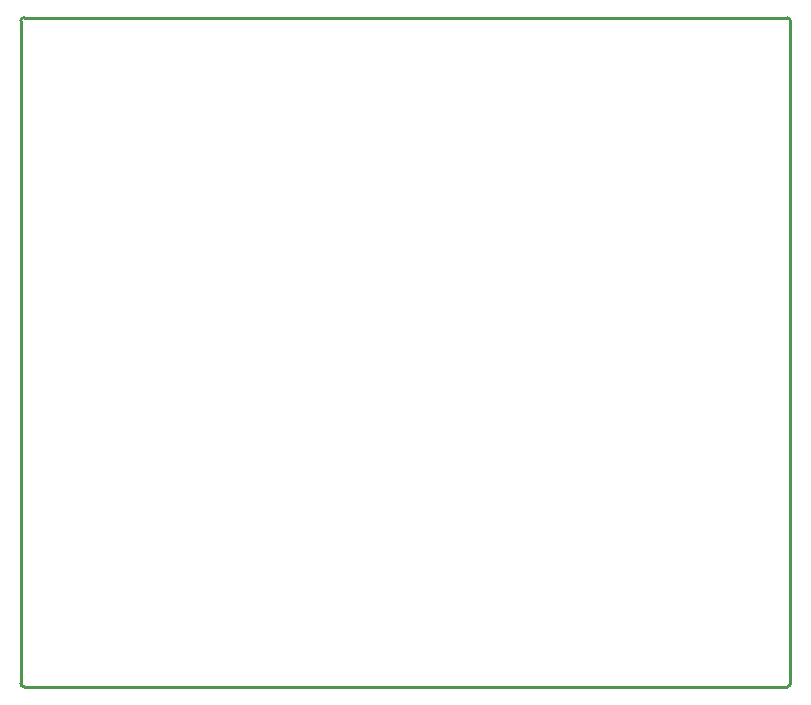
<source format=gko>
G04 Layer: BoardOutlineLayer*
G04 EasyEDA Pro v2.2.43.4, 2025-11-03 20:05:48*
G04 Gerber Generator version 0.3*
G04 Scale: 100 percent, Rotated: No, Reflected: No*
G04 Dimensions in millimeters*
G04 Leading zeros omitted, absolute positions, 4 integers and 5 decimals*
G04 Generated by one-click*
%FSLAX45Y45*%
%MOMM*%
%ADD10C,0.254*%
%ADD11C,0.3164*%
G75*


G04 Rect Start*
G54D10*
G01X635000Y-7302500D02*
G01X635000Y-1689100D01*
G02X660400Y-1663700I25400J0D01*
G01X7124700Y-1663700D01*
G02X7150100Y-1689100I0J-25400D01*
G01X7150100Y-7302500D01*
G02X7124700Y-7327900I-25400J0D01*
G01X660400Y-7327900D01*
G02X635000Y-7302500I0J25400D01*
G04 Rect End*

M02*


</source>
